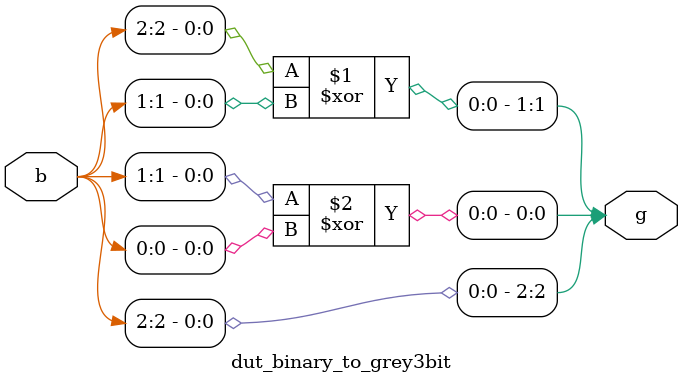
<source format=v>
module dut_binary_to_grey3bit (
    b,g
);
  input [2:0]b ; 
  output [2:0]g ; 

  assign g[2]=b[2];
  assign g[1]=b[2]^b[1];
  assign g[0]=b[1]^b[0];
endmodule

</source>
